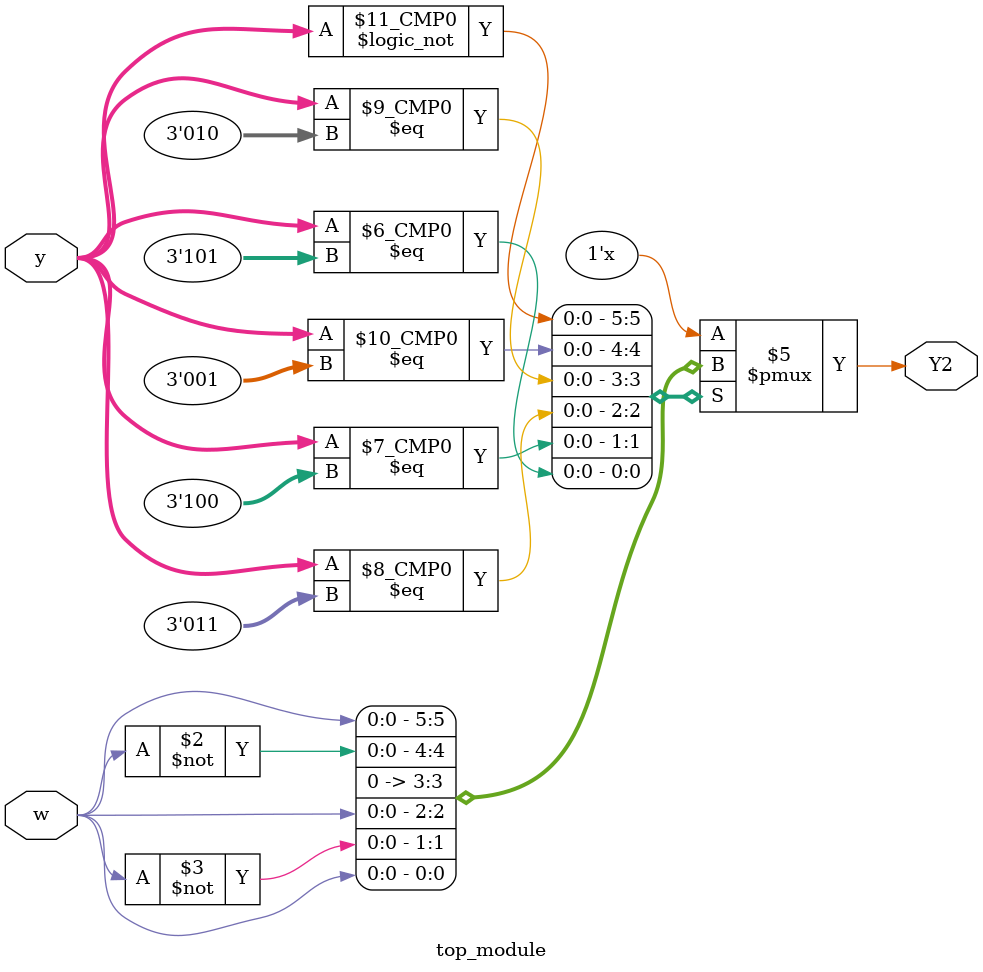
<source format=sv>
module top_module(
    input [3:1] y,
    input w,
    output reg Y2
);

always @(*) begin
    case (y)
        3'b000: Y2 = w;
        3'b001: Y2 = ~w;
        3'b010: Y2 = 1'b0;
        3'b011: Y2 = w;
        3'b100: Y2 = ~w;
        3'b101: Y2 = w;
    endcase
end

endmodule

</source>
